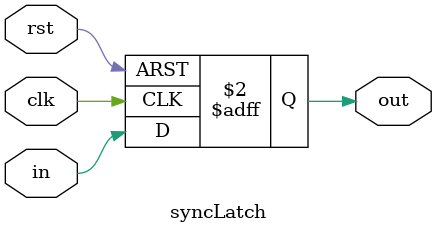
<source format=v>

`timescale 1ns / 1ps


module syncLatch(
    input in,
    input clk,
	 input rst,
    output reg out
    );

// триггер
always @(posedge clk, posedge rst)
if(rst)
	out <= 0;
else
	out <= in;

endmodule
</source>
